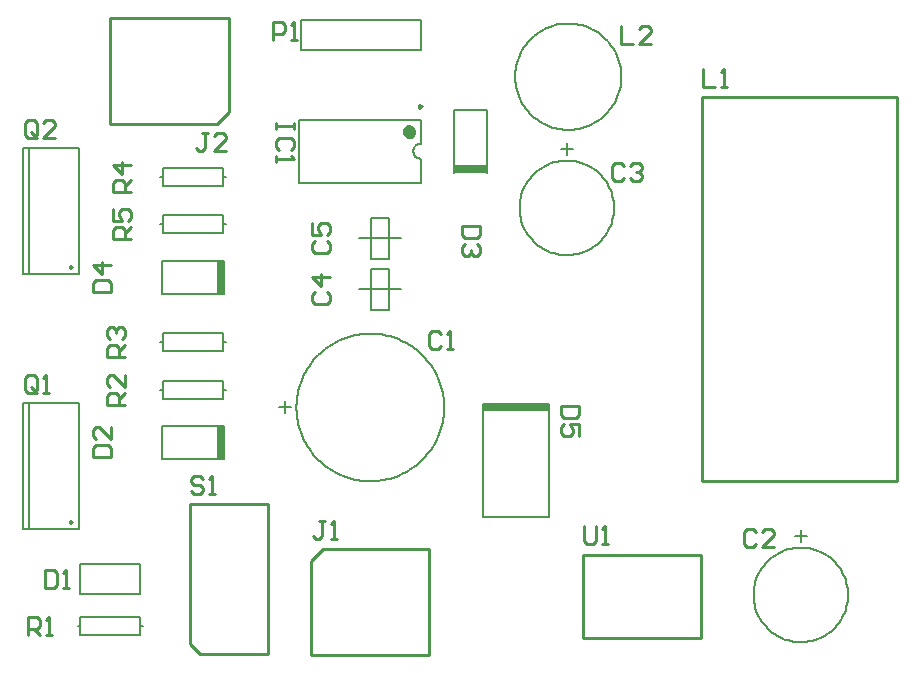
<source format=gto>
G04*
G04 #@! TF.GenerationSoftware,Altium Limited,Altium Designer,20.0.13 (296)*
G04*
G04 Layer_Color=65535*
%FSLAX25Y25*%
%MOIN*%
G70*
G01*
G75*
%ADD10C,0.00984*%
%ADD11C,0.00787*%
%ADD12C,0.02362*%
%ADD13C,0.01000*%
%ADD14C,0.00800*%
%ADD15R,0.22047X0.03150*%
%ADD16R,0.03150X0.11024*%
%ADD17R,0.11024X0.03150*%
D10*
X64217Y133496D02*
X63478Y133922D01*
Y133070D01*
X64217Y133496D01*
Y48496D02*
X63478Y48922D01*
Y48070D01*
X64217Y48496D01*
X180610Y187000D02*
X179872Y187426D01*
Y186574D01*
X180610Y187000D01*
D11*
X247173Y196850D02*
X247145Y197853D01*
X247060Y198852D01*
X246918Y199845D01*
X246721Y200828D01*
X246468Y201798D01*
X246161Y202752D01*
X245801Y203688D01*
X245388Y204602D01*
X244923Y205491D01*
X244410Y206352D01*
X243848Y207183D01*
X243241Y207980D01*
X242589Y208742D01*
X241895Y209466D01*
X241162Y210150D01*
X240390Y210791D01*
X239584Y211387D01*
X238746Y211936D01*
X237877Y212438D01*
X236982Y212889D01*
X236062Y213289D01*
X235122Y213637D01*
X234163Y213930D01*
X233189Y214169D01*
X232203Y214353D01*
X231209Y214480D01*
X230209Y214551D01*
X229206Y214565D01*
X228204Y214523D01*
X227206Y214423D01*
X226216Y214268D01*
X225236Y214057D01*
X224269Y213790D01*
X223319Y213470D01*
X222388Y213096D01*
X221481Y212670D01*
X220598Y212193D01*
X219745Y211668D01*
X218922Y211094D01*
X218133Y210476D01*
X217380Y209813D01*
X216666Y209109D01*
X215993Y208366D01*
X215363Y207586D01*
X214778Y206771D01*
X214241Y205925D01*
X213752Y205049D01*
X213313Y204148D01*
X212926Y203223D01*
X212592Y202277D01*
X212312Y201315D01*
X212087Y200338D01*
X211917Y199349D01*
X211804Y198353D01*
X211747Y197352D01*
X211747Y196349D01*
X211804Y195348D01*
X211917Y194352D01*
X212087Y193363D01*
X212312Y192386D01*
X212592Y191423D01*
X212926Y190478D01*
X213313Y189553D01*
X213752Y188651D01*
X214241Y187776D01*
X214778Y186930D01*
X215363Y186115D01*
X215993Y185335D01*
X216666Y184592D01*
X217380Y183888D01*
X218133Y183225D01*
X218922Y182606D01*
X219744Y182033D01*
X220598Y181507D01*
X221481Y181031D01*
X222388Y180605D01*
X223319Y180231D01*
X224269Y179910D01*
X225236Y179644D01*
X226216Y179433D01*
X227206Y179277D01*
X228204Y179178D01*
X229206Y179136D01*
X230209Y179150D01*
X231209Y179221D01*
X232203Y179348D01*
X233189Y179532D01*
X234163Y179770D01*
X235122Y180064D01*
X236062Y180411D01*
X236982Y180812D01*
X237877Y181263D01*
X238746Y181764D01*
X239584Y182314D01*
X240390Y182910D01*
X241162Y183551D01*
X241895Y184235D01*
X242589Y184959D01*
X243241Y185721D01*
X243848Y186518D01*
X244410Y187349D01*
X244923Y188210D01*
X245388Y189099D01*
X245801Y190013D01*
X246161Y190948D01*
X246468Y191903D01*
X246721Y192873D01*
X246918Y193856D01*
X247060Y194849D01*
X247145Y195848D01*
X247173Y196850D01*
X180276Y174500D02*
X179319Y174310D01*
X178508Y173768D01*
X177966Y172957D01*
X177776Y172000D01*
X177966Y171043D01*
X178508Y170232D01*
X179319Y169690D01*
X180276Y169500D01*
X244748Y153110D02*
X244716Y154109D01*
X244621Y155104D01*
X244463Y156091D01*
X244243Y157065D01*
X243962Y158024D01*
X243620Y158963D01*
X243219Y159879D01*
X242761Y160767D01*
X242248Y161624D01*
X241681Y162447D01*
X241064Y163233D01*
X240397Y163978D01*
X239685Y164679D01*
X238930Y165333D01*
X238135Y165938D01*
X237303Y166492D01*
X236437Y166991D01*
X235542Y167435D01*
X234620Y167821D01*
X233676Y168148D01*
X232713Y168414D01*
X231735Y168619D01*
X230746Y168761D01*
X229749Y168840D01*
X228750Y168856D01*
X227752Y168809D01*
X226759Y168698D01*
X225775Y168524D01*
X224804Y168289D01*
X223849Y167992D01*
X222916Y167636D01*
X222007Y167220D01*
X221126Y166748D01*
X220277Y166222D01*
X219463Y165642D01*
X218687Y165012D01*
X217953Y164334D01*
X217264Y163610D01*
X216621Y162845D01*
X216029Y162040D01*
X215489Y161200D01*
X215003Y160326D01*
X214573Y159424D01*
X214202Y158496D01*
X213890Y157547D01*
X213639Y156580D01*
X213450Y155598D01*
X213323Y154607D01*
X213260Y153610D01*
Y152611D01*
X213323Y151613D01*
X213450Y150622D01*
X213639Y149641D01*
X213890Y148673D01*
X214202Y147724D01*
X214573Y146796D01*
X215003Y145894D01*
X215489Y145021D01*
X216029Y144180D01*
X216621Y143375D01*
X217264Y142610D01*
X217953Y141887D01*
X218687Y141209D01*
X219463Y140578D01*
X220277Y139999D01*
X221126Y139472D01*
X222007Y139000D01*
X222916Y138585D01*
X223849Y138228D01*
X224804Y137932D01*
X225775Y137696D01*
X226759Y137522D01*
X227752Y137412D01*
X228750Y137364D01*
X229749Y137380D01*
X230746Y137459D01*
X231735Y137601D01*
X232713Y137806D01*
X233676Y138072D01*
X234620Y138399D01*
X235542Y138785D01*
X236437Y139229D01*
X237303Y139729D01*
X238135Y140282D01*
X238930Y140887D01*
X239685Y141542D01*
X240397Y142243D01*
X241064Y142988D01*
X241681Y143773D01*
X242248Y144596D01*
X242761Y145454D01*
X243219Y146342D01*
X243620Y147257D01*
X243962Y148196D01*
X244243Y149155D01*
X244463Y150130D01*
X244621Y151117D01*
X244716Y152111D01*
X244748Y153110D01*
X322748Y24110D02*
X322716Y25109D01*
X322621Y26104D01*
X322463Y27091D01*
X322243Y28065D01*
X321962Y29024D01*
X321620Y29963D01*
X321219Y30879D01*
X320761Y31767D01*
X320248Y32624D01*
X319681Y33447D01*
X319064Y34233D01*
X318397Y34978D01*
X317685Y35679D01*
X316930Y36333D01*
X316135Y36938D01*
X315303Y37492D01*
X314437Y37991D01*
X313542Y38435D01*
X312620Y38821D01*
X311676Y39148D01*
X310713Y39414D01*
X309735Y39619D01*
X308746Y39761D01*
X307749Y39840D01*
X306750Y39856D01*
X305752Y39809D01*
X304759Y39698D01*
X303775Y39524D01*
X302804Y39289D01*
X301849Y38992D01*
X300916Y38636D01*
X300007Y38220D01*
X299126Y37748D01*
X298277Y37222D01*
X297463Y36642D01*
X296687Y36012D01*
X295953Y35334D01*
X295264Y34611D01*
X294621Y33845D01*
X294029Y33040D01*
X293489Y32200D01*
X293003Y31326D01*
X292573Y30424D01*
X292202Y29496D01*
X291890Y28547D01*
X291639Y27580D01*
X291450Y26599D01*
X291323Y25607D01*
X291260Y24610D01*
Y23611D01*
X291323Y22613D01*
X291450Y21622D01*
X291639Y20641D01*
X291890Y19673D01*
X292202Y18724D01*
X292573Y17796D01*
X293003Y16894D01*
X293489Y16021D01*
X294029Y15180D01*
X294621Y14375D01*
X295264Y13610D01*
X295953Y12887D01*
X296687Y12209D01*
X297463Y11579D01*
X298277Y10999D01*
X299126Y10472D01*
X300007Y10000D01*
X300916Y9585D01*
X301849Y9228D01*
X302804Y8932D01*
X303775Y8696D01*
X304759Y8523D01*
X305752Y8412D01*
X306750Y8364D01*
X307749Y8380D01*
X308746Y8459D01*
X309735Y8601D01*
X310713Y8806D01*
X311676Y9072D01*
X312620Y9399D01*
X313542Y9785D01*
X314437Y10229D01*
X315303Y10729D01*
X316135Y11282D01*
X316930Y11887D01*
X317685Y12542D01*
X318397Y13243D01*
X319064Y13988D01*
X319681Y14773D01*
X320248Y15596D01*
X320761Y16454D01*
X321219Y17342D01*
X321620Y18257D01*
X321962Y19196D01*
X322243Y20155D01*
X322463Y21130D01*
X322621Y22117D01*
X322716Y23111D01*
X322748Y24110D01*
X188118Y86614D02*
X188098Y87611D01*
X188037Y88607D01*
X187936Y89599D01*
X187795Y90587D01*
X187614Y91567D01*
X187394Y92540D01*
X187134Y93503D01*
X186836Y94455D01*
X186499Y95394D01*
X186124Y96318D01*
X185712Y97226D01*
X185264Y98117D01*
X184780Y98989D01*
X184261Y99841D01*
X183708Y100671D01*
X183122Y101478D01*
X182503Y102260D01*
X181853Y103017D01*
X181174Y103747D01*
X180465Y104449D01*
X179728Y105121D01*
X178965Y105763D01*
X178176Y106374D01*
X177363Y106951D01*
X176528Y107496D01*
X175671Y108007D01*
X174794Y108482D01*
X173898Y108921D01*
X172986Y109324D01*
X172058Y109689D01*
X171116Y110016D01*
X170161Y110305D01*
X169195Y110555D01*
X168220Y110766D01*
X167238Y110937D01*
X166249Y111068D01*
X165256Y111159D01*
X164260Y111209D01*
X163262Y111219D01*
X162266Y111189D01*
X161271Y111118D01*
X160279Y111007D01*
X159294Y110856D01*
X158315Y110665D01*
X157344Y110435D01*
X156384Y110166D01*
X155435Y109857D01*
X154500Y109511D01*
X153579Y109127D01*
X152675Y108706D01*
X151789Y108248D01*
X150922Y107756D01*
X150075Y107228D01*
X149251Y106667D01*
X148450Y106072D01*
X147674Y105446D01*
X146924Y104789D01*
X146201Y104101D01*
X145507Y103385D01*
X144842Y102642D01*
X144207Y101872D01*
X143605Y101077D01*
X143035Y100259D01*
X142499Y99418D01*
X141997Y98556D01*
X141531Y97674D01*
X141101Y96774D01*
X140708Y95858D01*
X140352Y94926D01*
X140034Y93980D01*
X139755Y93023D01*
X139515Y92055D01*
X139314Y91078D01*
X139153Y90093D01*
X139032Y89104D01*
X138951Y88109D01*
X138911Y87113D01*
Y86115D01*
X138951Y85119D01*
X139032Y84125D01*
X139153Y83135D01*
X139314Y82150D01*
X139515Y81173D01*
X139755Y80205D01*
X140034Y79248D01*
X140352Y78303D01*
X140708Y77371D01*
X141101Y76454D01*
X141531Y75554D01*
X141997Y74673D01*
X142499Y73811D01*
X143035Y72970D01*
X143605Y72151D01*
X144207Y71356D01*
X144842Y70586D01*
X145507Y69843D01*
X146201Y69127D01*
X146924Y68440D01*
X147674Y67782D01*
X148450Y67156D01*
X149251Y66562D01*
X150075Y66000D01*
X150922Y65473D01*
X151789Y64980D01*
X152675Y64522D01*
X153580Y64101D01*
X154500Y63718D01*
X155435Y63371D01*
X156384Y63063D01*
X157344Y62793D01*
X158315Y62563D01*
X159294Y62372D01*
X160280Y62221D01*
X161271Y62110D01*
X162266Y62039D01*
X163262Y62009D01*
X164260Y62019D01*
X165256Y62070D01*
X166249Y62161D01*
X167238Y62292D01*
X168221Y62463D01*
X169195Y62673D01*
X170161Y62923D01*
X171116Y63212D01*
X172058Y63540D01*
X172986Y63905D01*
X173898Y64307D01*
X174794Y64747D01*
X175671Y65222D01*
X176528Y65732D01*
X177363Y66277D01*
X178176Y66855D01*
X178965Y67465D01*
X179728Y68107D01*
X180465Y68780D01*
X181174Y69481D01*
X181853Y70211D01*
X182503Y70968D01*
X183122Y71750D01*
X183708Y72557D01*
X184261Y73387D01*
X184780Y74239D01*
X185264Y75111D01*
X185712Y76002D01*
X186124Y76911D01*
X186499Y77835D01*
X186836Y78774D01*
X187134Y79725D01*
X187394Y80688D01*
X187614Y81661D01*
X187795Y82642D01*
X187936Y83629D01*
X188037Y84621D01*
X188098Y85617D01*
X188118Y86614D01*
X94457Y144638D02*
Y147638D01*
Y144638D02*
X114457D01*
Y150638D01*
X94457D02*
X114457D01*
X94457Y147638D02*
Y150638D01*
X114457Y147638D02*
X115357D01*
X93557D02*
X94457D01*
Y160386D02*
Y163386D01*
Y160386D02*
X114457D01*
Y166386D01*
X94457D02*
X114457D01*
X94457Y163386D02*
Y166386D01*
X114457Y163386D02*
X115357D01*
X93557D02*
X94457D01*
Y105268D02*
Y108268D01*
Y105268D02*
X114457D01*
Y111268D01*
X94457D02*
X114457D01*
X94457Y108268D02*
Y111268D01*
X114457Y108268D02*
X115357D01*
X93557D02*
X94457D01*
Y89520D02*
Y92520D01*
Y89520D02*
X114457D01*
Y95520D01*
X94457D02*
X114457D01*
X94457Y92520D02*
Y95520D01*
X114457Y92520D02*
X115357D01*
X93557D02*
X94457D01*
X86898Y13780D02*
Y16780D01*
X66898D02*
X86898D01*
X66898Y10780D02*
Y16780D01*
Y10780D02*
X86898D01*
Y13780D01*
X65998D02*
X66898D01*
X86898D02*
X87798D01*
X47780Y173063D02*
X66284D01*
X47780Y130937D02*
X66284D01*
Y173063D01*
X47780Y130937D02*
Y173063D01*
X49748Y130937D02*
Y173063D01*
X47780Y88063D02*
X66284D01*
X47780Y45937D02*
X66284D01*
Y88063D01*
X47780Y45937D02*
Y88063D01*
X49748Y45937D02*
Y88063D01*
X139724Y182433D02*
X180276D01*
X139724Y161567D02*
X180276D01*
Y174500D02*
Y182433D01*
Y161567D02*
Y169500D01*
X139724Y161567D02*
Y182433D01*
X200976Y50102D02*
X223024D01*
X200976D02*
Y87898D01*
X223024Y50102D02*
Y87898D01*
X94024Y124409D02*
Y135433D01*
X114890D01*
X94024Y124409D02*
X114890D01*
X191465Y185630D02*
X202488D01*
Y164764D02*
Y185630D01*
X191465Y164764D02*
Y185630D01*
X94024Y69291D02*
Y80315D01*
X114890D01*
X94024Y69291D02*
X114890D01*
X66898Y34528D02*
X86898D01*
X66898Y24528D02*
Y34528D01*
Y24528D02*
X86898D01*
Y34528D01*
X159724Y143000D02*
X169862D01*
X163760D02*
X173898D01*
X169862Y136110D02*
Y143000D01*
X163760Y136110D02*
X169862D01*
X163760D02*
Y149890D01*
X169862D01*
Y143000D02*
Y149890D01*
X159724Y126000D02*
X169862D01*
X163760D02*
X173898D01*
X169862Y119110D02*
Y126000D01*
X163760Y119110D02*
X169862D01*
X163760D02*
Y132890D01*
X169862D01*
Y126000D02*
Y132890D01*
X226969Y172795D02*
X230968D01*
X229000Y170795D02*
Y174795D01*
X307000Y41795D02*
Y45795D01*
X304969Y43795D02*
X308968D01*
X133000Y86614D02*
X137000D01*
X134968Y84614D02*
Y88614D01*
D12*
X177520Y178496D02*
X177075Y179420D01*
X176076Y179648D01*
X175275Y179008D01*
Y177984D01*
X176076Y177345D01*
X177075Y177573D01*
X177520Y178496D01*
D13*
X234378Y37402D02*
X273748D01*
Y9843D02*
Y37402D01*
X234378Y9843D02*
X273748D01*
X234378D02*
Y37402D01*
X129260Y4331D02*
Y54331D01*
X103276D02*
X129260D01*
X103276Y7874D02*
Y54331D01*
X106819Y4331D02*
X129260D01*
X103276Y7874D02*
X106819Y4331D01*
X274095Y62024D02*
Y189976D01*
X339055Y62024D02*
Y189976D01*
X274095D02*
X339055D01*
X274095Y62024D02*
X339055D01*
X76898Y181102D02*
Y216535D01*
X116268D01*
X76898Y181102D02*
X112331D01*
X116268Y185039D01*
Y216535D01*
X183197Y3937D02*
Y39370D01*
X143827Y3937D02*
X183197D01*
X147764Y39370D02*
X183197D01*
X143827Y35433D02*
X147764Y39370D01*
X143827Y3937D02*
Y35433D01*
X232999Y86998D02*
X227001D01*
Y83999D01*
X228001Y83000D01*
X231999D01*
X232999Y83999D01*
Y86998D01*
Y77002D02*
Y81000D01*
X230000D01*
X231000Y79001D01*
Y78001D01*
X230000Y77002D01*
X228001D01*
X227001Y78001D01*
Y80001D01*
X228001Y81000D01*
X107738Y62790D02*
X106738Y63789D01*
X104739D01*
X103739Y62790D01*
Y61790D01*
X104739Y60790D01*
X106738D01*
X107738Y59791D01*
Y58791D01*
X106738Y57791D01*
X104739D01*
X103739Y58791D01*
X109737Y57791D02*
X111737D01*
X110737D01*
Y63789D01*
X109737Y62790D01*
X109362Y178196D02*
X107363D01*
X108363D01*
Y173197D01*
X107363Y172198D01*
X106363D01*
X105364Y173197D01*
X115361Y172198D02*
X111362D01*
X115361Y176197D01*
Y177196D01*
X114361Y178196D01*
X112362D01*
X111362Y177196D01*
X234895Y46935D02*
Y41937D01*
X235895Y40937D01*
X237894D01*
X238894Y41937D01*
Y46935D01*
X240893Y40937D02*
X242893D01*
X241893D01*
Y46935D01*
X240893Y45935D01*
X83834Y142639D02*
X77836D01*
Y145638D01*
X78835Y146638D01*
X80835D01*
X81834Y145638D01*
Y142639D01*
Y144639D02*
X83834Y146638D01*
X77836Y152636D02*
Y148637D01*
X80835D01*
X79835Y150637D01*
Y151637D01*
X80835Y152636D01*
X82834D01*
X83834Y151637D01*
Y149637D01*
X82834Y148637D01*
X83834Y158387D02*
X77836D01*
Y161387D01*
X78835Y162386D01*
X80835D01*
X81834Y161387D01*
Y158387D01*
Y160387D02*
X83834Y162386D01*
Y167385D02*
X77836D01*
X80835Y164385D01*
Y168384D01*
X81865Y103269D02*
X75867D01*
Y106268D01*
X76867Y107268D01*
X78866D01*
X79866Y106268D01*
Y103269D01*
Y105269D02*
X81865Y107268D01*
X76867Y109267D02*
X75867Y110267D01*
Y112266D01*
X76867Y113266D01*
X77866D01*
X78866Y112266D01*
Y111267D01*
Y112266D01*
X79866Y113266D01*
X80866D01*
X81865Y112266D01*
Y110267D01*
X80866Y109267D01*
X81865Y87521D02*
X75867D01*
Y90520D01*
X76867Y91520D01*
X78866D01*
X79866Y90520D01*
Y87521D01*
Y89521D02*
X81865Y91520D01*
Y97518D02*
Y93519D01*
X77866Y97518D01*
X76867D01*
X75867Y96518D01*
Y94519D01*
X76867Y93519D01*
X49277Y10780D02*
Y16779D01*
X52276D01*
X53276Y15779D01*
Y13780D01*
X52276Y12780D01*
X49277D01*
X51276D02*
X53276Y10780D01*
X55275D02*
X57274D01*
X56275D01*
Y16779D01*
X55275Y15779D01*
X52371Y177488D02*
Y181487D01*
X51372Y182486D01*
X49372D01*
X48372Y181487D01*
Y177488D01*
X49372Y176488D01*
X51372D01*
X50372Y178488D02*
X52371Y176488D01*
X51372D02*
X52371Y177488D01*
X58369Y176488D02*
X54370D01*
X58369Y180487D01*
Y181487D01*
X57370Y182486D01*
X55370D01*
X54370Y181487D01*
X52377Y92501D02*
Y96499D01*
X51377Y97499D01*
X49378D01*
X48378Y96499D01*
Y92501D01*
X49378Y91501D01*
X51377D01*
X50377Y93500D02*
X52377Y91501D01*
X51377D02*
X52377Y92501D01*
X54376Y91501D02*
X56375D01*
X55376D01*
Y97499D01*
X54376Y96499D01*
X131001Y209001D02*
Y214999D01*
X134000D01*
X135000Y213999D01*
Y212000D01*
X134000Y211000D01*
X131001D01*
X136999Y209001D02*
X138999D01*
X137999D01*
Y214999D01*
X136999Y213999D01*
X247096Y213629D02*
Y207631D01*
X251095D01*
X257093D02*
X253094D01*
X257093Y211630D01*
Y212629D01*
X256093Y213629D01*
X254094D01*
X253094Y212629D01*
X274572Y199514D02*
Y193516D01*
X278571D01*
X280571D02*
X282570D01*
X281570D01*
Y199514D01*
X280571Y198514D01*
X148337Y48818D02*
X146338D01*
X147338D01*
Y43820D01*
X146338Y42821D01*
X145338D01*
X144339Y43820D01*
X150337Y42821D02*
X152336D01*
X151336D01*
Y48818D01*
X150337Y47819D01*
X137999Y181498D02*
Y179499D01*
Y180498D01*
X132001D01*
Y181498D01*
Y179499D01*
X136999Y172501D02*
X137999Y173501D01*
Y175500D01*
X136999Y176499D01*
X133001D01*
X132001Y175500D01*
Y173501D01*
X133001Y172501D01*
X132001Y170501D02*
Y168502D01*
Y169502D01*
X137999D01*
X136999Y170501D01*
X71001Y125002D02*
X76999D01*
Y128001D01*
X75999Y129000D01*
X72001D01*
X71001Y128001D01*
Y125002D01*
X76999Y133999D02*
X71001D01*
X74000Y131000D01*
Y134998D01*
X199999Y146998D02*
X194001D01*
Y143999D01*
X195001Y143000D01*
X198999D01*
X199999Y143999D01*
Y146998D01*
X198999Y141000D02*
X199999Y140001D01*
Y138001D01*
X198999Y137002D01*
X198000D01*
X197000Y138001D01*
Y139001D01*
Y138001D01*
X196000Y137002D01*
X195001D01*
X194001Y138001D01*
Y140001D01*
X195001Y141000D01*
X71001Y70002D02*
X76999D01*
Y73001D01*
X75999Y74000D01*
X72001D01*
X71001Y73001D01*
Y70002D01*
X76999Y79998D02*
Y76000D01*
X73000Y79998D01*
X72001D01*
X71001Y78999D01*
Y76999D01*
X72001Y76000D01*
X55182Y32527D02*
Y26528D01*
X58181D01*
X59181Y27528D01*
Y31527D01*
X58181Y32527D01*
X55182D01*
X61181Y26528D02*
X63180D01*
X62180D01*
Y32527D01*
X61181Y31527D01*
X145127Y142000D02*
X144127Y141001D01*
Y139001D01*
X145127Y138002D01*
X149125D01*
X150125Y139001D01*
Y141001D01*
X149125Y142000D01*
X144127Y147998D02*
Y144000D01*
X147126D01*
X146126Y145999D01*
Y146999D01*
X147126Y147998D01*
X149125D01*
X150125Y146999D01*
Y144999D01*
X149125Y144000D01*
X145127Y125000D02*
X144127Y124001D01*
Y122001D01*
X145127Y121002D01*
X149125D01*
X150125Y122001D01*
Y124001D01*
X149125Y125000D01*
X150125Y129999D02*
X144127D01*
X147126Y127000D01*
Y130998D01*
X248000Y166999D02*
X247001Y167999D01*
X245001D01*
X244002Y166999D01*
Y163001D01*
X245001Y162001D01*
X247001D01*
X248000Y163001D01*
X250000Y166999D02*
X250999Y167999D01*
X252999D01*
X253998Y166999D01*
Y166000D01*
X252999Y165000D01*
X251999D01*
X252999D01*
X253998Y164000D01*
Y163001D01*
X252999Y162001D01*
X250999D01*
X250000Y163001D01*
X292000Y44999D02*
X291001Y45999D01*
X289001D01*
X288002Y44999D01*
Y41001D01*
X289001Y40001D01*
X291001D01*
X292000Y41001D01*
X297998Y40001D02*
X294000D01*
X297998Y44000D01*
Y44999D01*
X296999Y45999D01*
X294999D01*
X294000Y44999D01*
X187000Y110999D02*
X186000Y111999D01*
X184001D01*
X183001Y110999D01*
Y107001D01*
X184001Y106001D01*
X186000D01*
X187000Y107001D01*
X188999Y106001D02*
X190999D01*
X189999D01*
Y111999D01*
X188999Y110999D01*
D14*
X140480Y215630D02*
X180480D01*
X140480Y205630D02*
Y215630D01*
X180480Y205630D02*
Y215630D01*
X140480Y205630D02*
X180480D01*
D15*
X212000Y86717D02*
D03*
D16*
X113709Y129921D02*
D03*
Y74803D02*
D03*
D17*
X196976Y165945D02*
D03*
M02*

</source>
